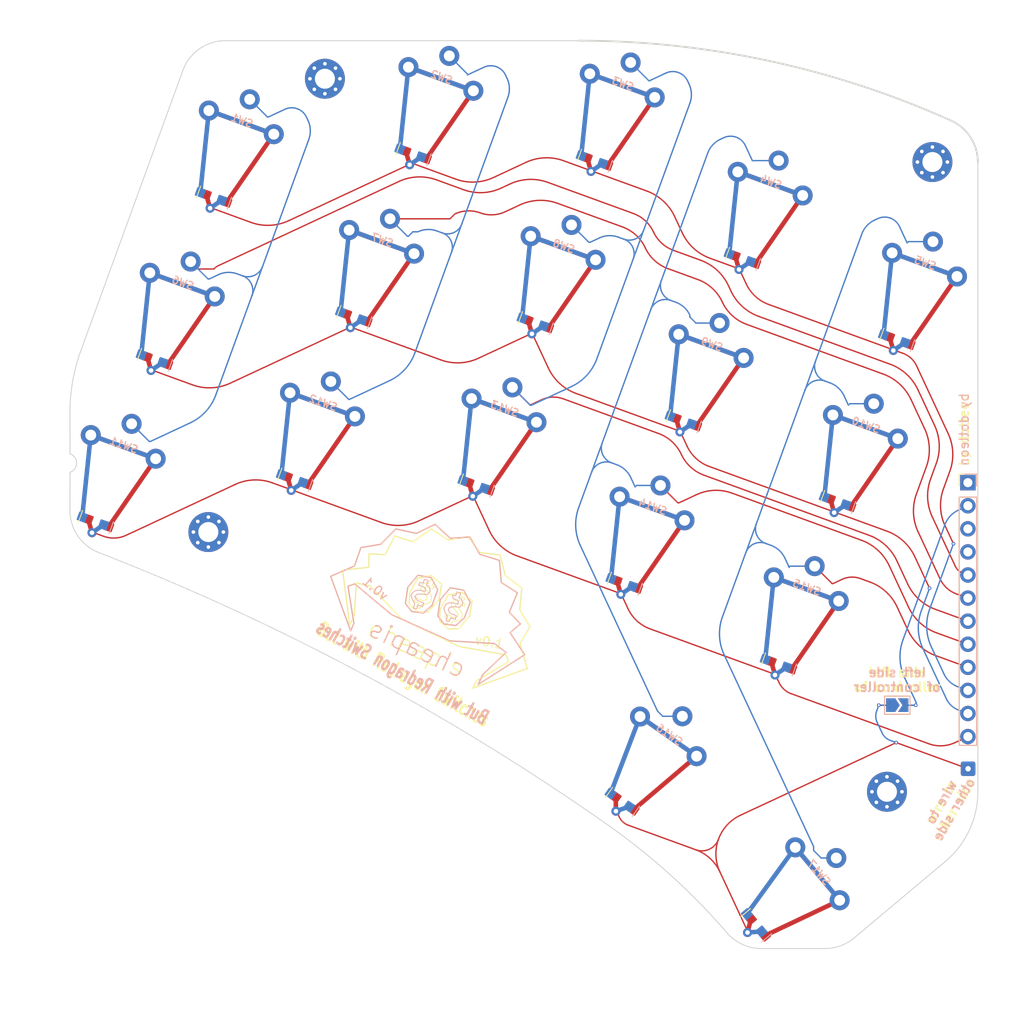
<source format=kicad_pcb>
(kicad_pcb (version 20241229) (generator "pcbnew") (generator_version "9.0")
  (layers (0 "F.Cu" signal) (2 "B.Cu" signal) (13 "F.Paste" user) (15 "B.Paste" user) (5 "F.SilkS" user "F.Silkscreen") (7 "B.SilkS" user "B.Silkscreen") (1 "F.Mask" user) (3 "B.Mask" user) (25 "Edge.Cuts" user))
  (net 0 "")
  (net 1 "row4")
  (net 2 "col1")
  (net 3 "row1")
  (net 4 "col2")
  (net 5 "col3")
  (net 6 "col4")
  (net 7 "col5")
  (net 8 "row2")
  (net 9 "row3")
  (net 10 "Net-(JP1-B)")
  (footprint "Redragon:SW_Redragon_LowProfile_PCB_1.00u" (layer "F.Cu") (at 86.587042 89.089731 -20)
    (property "Reference" "SW8")
    (property "Value" "SW_Diode_Combined")
  )
  (footprint "Redragon:SW_Redragon_LowProfile_PCB_1.00u" (layer "F.Cu") (at 97.281338 142.370654 -35)
    (property "Reference" "SW16")
    (property "Value" "SW_Diode_Combined")
  )
  (footprint "Redragon:SW_Redragon_LowProfile_PCB_1.00u" (layer "F.Cu") (at 66.613726 88.413684 -20)
    (property "Reference" "SW7")
    (property "Value" "SW_Diode_Combined")
  )
  (footprint "Redragon:SW_Redragon_LowProfile_PCB_1.00u" (layer "F.Cu") (at 109.376387 82.011262 -20)
    (property "Reference" "SW4")
    (property "Value" "SW_Diode_Combined")
  )
  (footprint "MountingHole:MountingHole_2.2mm_M2_Pad_Via" (layer "F.Cu") (at 48.850157 116.775446)
    (property "Reference" "H3")
    (property "Value" "MountingHole")
  )
  (footprint "Redragon:SW_Redragon_LowProfile_PCB_1.00u" (layer "F.Cu") (at 126.357877 90.924828 -20)
    (property "Reference" "SW5")
    (property "Value" "SW_Diode_Combined")
  )
  (footprint "Redragon:SW_Redragon_LowProfile_PCB_1.00u" (layer "F.Cu") (at 102.877486 99.884389 -20)
    (property "Reference" "SW9")
    (property "Value" "SW_Diode_Combined")
  )
  (footprint "dotleon:promicro_half" (layer "F.Cu") (at 132.426387 111.341261)
    (property "Reference" "U1")
    (property "Value" "ProMicro")
  )
  (footprint "MountingHole:MountingHole_2.2mm_M2_Pad_Via" (layer "F.Cu") (at 123.519877 145.352724)
    (property "Reference" "H4")
    (property "Value" "MountingHole")
  )
  (footprint "Jumper:SolderJumper-2_P1.3mm_Open_TrianglePad1.0x1.5mm" (layer "F.Cu") (at 124.650387 135.827262)
    (property "Reference" "JP2")
    (property "Value" "SolderJumper_2_Open")
  )
  (footprint "Redragon:SW_Redragon_LowProfile_PCB_1.00u" (layer "F.Cu") (at 119.844121 108.76275 -20)
    (property "Reference" "SW10")
    (property "Value" "SW_Diode_Combined")
  )
  (footprint "MountingHole:MountingHole_2.2mm_M2_Pad_Via" (layer "F.Cu") (at 61.675328 66.896167)
    (property "Reference" "H1")
    (property "Value" "MountingHole")
  )
  (footprint "Redragon:SW_Redragon_LowProfile_PCB_1.00u" (layer "F.Cu") (at 113.339573 126.633849 -20)
    (property "Reference" "SW15")
    (property "Value" "SW_Diode_Combined")
  )
  (footprint "Redragon:SW_Redragon_LowProfile_PCB_1.00u" (layer "F.Cu") (at 51.179015 75.267916 -20)
    (property "Reference" "SW1")
    (property "Value" "SW_Diode_Combined")
  )
  (footprint "Redragon:SW_Redragon_LowProfile_PCB_1.00u" (layer "F.Cu") (at 93.09158 71.218657 -20)
    (property "Reference" "SW3")
    (property "Value" "SW_Diode_Combined")
  )
  (footprint "Connector_Wire:SolderWire-0.1sqmm_1x01_D0.4mm_OD1mm" (layer "F.Cu") (at 132.446386 142.821262)
    (property "Reference" "J1")
    (property "Value" "Conn_01x01")
  )
  (footprint "MountingHole:MountingHole_2.2mm_M2_Pad_Via" (layer "F.Cu") (at 128.519877 76.062098)
    (property "Reference" "H2")
    (property "Value" "MountingHole")
  )
  (footprint "Redragon:SW_Redragon_LowProfile_PCB_1.00u" (layer "F.Cu") (at 112.962957 156.821847 -50)
    (property "Reference" "SW17")
    (property "Value" "SW_Diode_Combined")
  )
  (footprint "Redragon:SW_Redragon_LowProfile_PCB_1.00u" (layer "F.Cu") (at 73.137418 70.489987 -20)
    (property "Reference" "SW2")
    (property "Value" "SW_Diode_Combined")
  )
  (footprint "Redragon:SW_Redragon_LowProfile_PCB_1.00u" (layer "F.Cu") (at 96.372938 117.755486 -20)
    (property "Reference" "SW14")
    (property "Value" "SW_Diode_Combined")
  )
  (footprint "Redragon:SW_Redragon_LowProfile_PCB_1.00u" (layer "F.Cu") (at 80.082495 106.960829 -20)
    (property "Reference" "SW13")
    (property "Value" "SW_Diode_Combined")
  )
  (footprint "Redragon:SW_Redragon_LowProfile_PCB_1.00u" (layer "F.Cu") (at 44.680625 93.122099 -20)
    (property "Reference" "SW6")
    (property "Value" "SW_Diode_Combined")
  )
  (footprint "Redragon:SW_Redragon_LowProfile_PCB_1.00u" (layer "F.Cu") (at 60.105751 106.317588 -20)
    (property "Reference" "SW12")
    (property "Value" "SW_Diode_Combined")
  )
  (footprint "Redragon:SW_Redragon_LowProfile_PCB_1.00u" (layer "F.Cu") (at 38.182241 110.976259 -20)
    (property "Reference" "SW11")
    (property "Value" "SW_Diode_Combined")
  )
  (footprint "Jumper:SolderJumper-2_P1.3mm_Open_TrianglePad1.0x1.5mm" (layer "B.Cu") (at 124.650387 135.827262)
    (property "Reference" "JP1")
    (property "Value" "SolderJumper_2_Open")
  )
  (gr_poly (pts (xy 74.526437 122.5073) (xy 74.226911 124.207384) (xy 73.032118 125.560332) (xy 71.911189 125.599304) (xy 70.954571 124.719032) (xy 70.989119 123.454596) (xy 71.88666 121.865753) (xy 73.381876 121.558624)) (stroke (width 0.15)) (fill no) (layer "F.SilkS"))
  (gr_poly (pts (xy 77.074634 124.09058) (xy 76.840529 124.471627) (xy 77.121961 124.697014) (xy 76.996194 124.987156) (xy 76.325003 124.627288) (xy 76.117048 124.709477) (xy 76 124.9) (xy 76.47195 125.242437) (xy 76.71689 125.572095) (xy 76.802223 125.922405) (xy 76.674935 126.364396) (xy 76.259028 126.528773) (xy 75.951454 126.602245) (xy 75.752215 126.584816) (xy 75.409779 127.056766) (xy 75.12835 126.831378) (xy 75.362454 126.450333) (xy 74.881786 126.207517) (xy 75.115885 125.82647) (xy 75.787077 126.186339) (xy 76.293888 126.130298) (xy 76.332376 125.751396) (xy 75.965137 125.29848) (xy 75.592805 124.964757) (xy 75.636381 124.46666) (xy 76.160629 124.211379) (xy 76.450768 124.337143) (xy 76.693586 123.856478)) (stroke (width 0.1)) (fill no) (layer "F.SilkS"))
  (gr_poly (pts (xy 73.703793 122.236195) (xy 73.46969 122.617245) (xy 73.751119 122.842629) (xy 73.428647 123.031616) (xy 72.947982 122.788801) (xy 72.746211 122.855091) (xy 72.629159 123.045614) (xy 73.10111 123.388051) (xy 73.353987 123.681921) (xy 73.439319 124.032231) (xy 73.269945 124.49758) (xy 72.888187 124.674389) (xy 72.580612 124.747863) (xy 72.381375 124.73043) (xy 72.038938 125.202381) (xy 71.75751 124.976996) (xy 71.991612 124.595949) (xy 71.510945 124.353131) (xy 71.745048 123.972086) (xy 72.416237 124.331953) (xy 72.832663 124.237099) (xy 72.935269 123.955191) (xy 72.594296 123.444093) (xy 72.221966 123.110373) (xy 72.265545 122.612275) (xy 72.78979 122.356995) (xy 73.07993 122.482761) (xy 73.322747 122.002095)) (stroke (width 0.1)) (fill no) (layer "F.SilkS"))
  (gr_poly (pts (xy 77.874615 124.355389) (xy 77.575089 126.055473) (xy 76.3803 127.408423) (xy 75.259369 127.447392) (xy 74.302749 126.567121) (xy 74.337296 125.302683) (xy 75.234838 123.713842) (xy 76.730056 123.406714)) (stroke (width 0.15)) (fill no) (layer "F.SilkS"))
  (gr_poly (pts (xy 78.702315 119.018183) (xy 80.940647 119.30078) (xy 81.512411 121.530825) (xy 83.340319 122.941051) (xy 83.117488 125.307557) (xy 84.23614 127.204562) (xy 83.142019 129.041106) (xy 83.952848 131.783835) (xy 77.946073 133.960675) (xy 78.347861 133.149153) (xy 81.885524 131.03139) (xy 81.620891 130.296565) (xy 76.426673 129.363782) (xy 70.088239 126.311858) (xy 66.706037 122.739645) (xy 65.134123 122.380351) (xy 64.910948 125.917326) (xy 64.406553 127.010756) (xy 63.622323 120.97876) (xy 66.510151 120.646411) (xy 66.519134 119.159831) (xy 68.287619 119.271418) (xy 69.356174 117.21273) (xy 71.363731 117.837006) (xy 73.36334 116.436449) (xy 75.259654 117.658738) (xy 77.421289 117.274914)) (stroke (width 0.15)) (fill no) (layer "F.SilkS"))
  (gr_poly (pts (xy 75.475668 122.903522) (xy 74.36586 124.225766) (xy 74.09744 126.010688) (xy 74.788104 126.894421) (xy 76.077334 127.061405) (xy 77.023742 126.222175) (xy 77.663938 124.513331) (xy 76.938106 123.17051)) (stroke (width 0.15)) (fill no) (layer "B.SilkS"))
  (gr_poly (pts (xy 76.212132 123.359441) (xy 76.070709 123.78371) (xy 75.717157 123.712996) (xy 75.779663 124.081503) (xy 76.274638 124.293635) (xy 76.353553 124.49081) (xy 76.282843 124.702944) (xy 75.717156 124.561522) (xy 75.329492 124.556704) (xy 75.006288 124.716511) (xy 74.758684 125.145378) (xy 74.86863 125.551473) (xy 75.010048 125.834319) (xy 75.151471 125.975737) (xy 75.010049 126.541423) (xy 75.363603 126.612136) (xy 75.505025 126.187869) (xy 76 126.4) (xy 76.141419 125.975737) (xy 75.434314 125.692895) (xy 75.239303 125.312921) (xy 75.389303 125.053114) (xy 76 124.985787) (xy 76.494973 125.056497) (xy 76.848526 124.702942) (xy 76.707104 124.137257) (xy 76.424262 123.995839) (xy 76.636395 123.500863)) (stroke (width 0.1)) (fill no) (layer "B.SilkS"))
  (gr_poly (pts (xy 71.907783 121.526598) (xy 70.797974 122.848841) (xy 70.529549 124.633762) (xy 71.220218 125.517496) (xy 72.509447 125.684481) (xy 73.455858 124.845251) (xy 74.096053 123.136406) (xy 73.370219 121.793584)) (stroke (width 0.15)) (fill no) (layer "B.SilkS"))
  (gr_poly (pts (xy 75.464285 117.461853) (xy 73.80903 115.928841) (xy 71.733195 116.92429) (xy 69.477943 116.430507) (xy 67.808327 118.122367) (xy 65.63608 118.484799) (xy 64.932494 120.503454) (xy 62.310251 121.645317) (xy 64.503775 127.646016) (xy 64.867171 126.816594) (xy 64.215506 122.745315) (xy 64.948517 122.475699) (xy 69.001852 125.85512) (xy 75.414027 128.748902) (xy 80.324539 129.043645) (xy 81.61018 130.016851) (xy 79.044153 132.461337) (xy 78.530758 133.550569) (xy 83.655626 130.274032) (xy 82.053963 127.848198) (xy 83.186974 126.885762) (xy 81.964733 125.602749) (xy 82.854925 123.46089) (xy 81.086271 122.324288) (xy 80.873834 119.892239) (xy 78.71858 119.225252) (xy 77.623134 117.322626)) (stroke (width 0.15)) (fill no) (layer "B.SilkS"))
  (gr_poly (pts (xy 72.624857 121.969204) (xy 72.483437 122.393471) (xy 72.129879 122.322759) (xy 71.988459 122.6056) (xy 72.695567 122.888442) (xy 72.766277 123.100577) (xy 72.695565 123.312705) (xy 72.12988 123.171285) (xy 71.719904 123.195551) (xy 71.3967 123.355357) (xy 71.139935 123.736971) (xy 71.281353 124.161234) (xy 71.422777 124.444077) (xy 71.564196 124.585501) (xy 71.422774 125.151185) (xy 71.77633 125.221896) (xy 71.917748 124.79763) (xy 72.412723 125.009764) (xy 72.554147 124.585501) (xy 71.847037 124.302658) (xy 71.564194 123.878394) (xy 71.829711 123.605358) (xy 72.412722 123.59555) (xy 72.907698 123.66626) (xy 73.261254 123.312708) (xy 73.11983 122.74702) (xy 72.836991 122.6056) (xy 73.049122 122.110626)) (stroke (width 0.1)) (fill no) (layer "B.SilkS"))
  (gr_line (start 50.7388 62.705987) (end 89.560457 62.705987) (stroke (width 0.1)) (layer "Edge.Cuts"))
  (gr_arc (start 92.69345 148.92163) (mid 99.67823 154.491016) (end 105.926009 160.87619) (stroke (width 0.1)) (layer "Edge.Cuts"))
  (gr_line (start 33.626386 108.161262) (end 33.620242 103.646355) (stroke (width 0.1)) (layer "Edge.Cuts"))
  (gr_line (start 133.519877 76.062098) (end 133.519877 145.352724) (stroke (width 0.1)) (layer "Edge.Cuts"))
  (gr_line (start 129.947753 153.013169) (end 119.909731 161.436069) (stroke (width 0.1)) (layer "Edge.Cuts"))
  (gr_arc (start 89.560457 62.705987) (mid 110.531754 64.929688) (end 130.570373 71.501893) (stroke (width 0.2)) (layer "Edge.Cuts"))
  (gr_arc (start 133.519877 145.352724) (mid 132.582954 149.578906) (end 129.947753 153.013169) (stroke (width 0.1)) (layer "Edge.Cuts"))
  (gr_arc (start 130.570373 71.501893) (mid 132.718239 73.346631) (end 133.519877 76.062098) (stroke (width 0.2)) (layer "Edge.Cuts"))
  (gr_line (start 34.82639 96.805952) (end 46.040337 65.995886) (stroke (width 0.1)) (layer "Edge.Cuts"))
  (gr_arc (start 46.040337 65.995886) (mid 47.870914 63.61022) (end 50.7388 62.705987) (stroke (width 0.1)) (layer "Edge.Cuts"))
  (gr_arc (start 33.620242 103.646355) (mid 33.924089 100.173392) (end 34.82639 96.805952) (stroke (width 0.1)) (layer "Edge.Cuts"))
  (gr_arc (start 119.909731 161.436069) (mid 118.405895 162.304314) (end 116.695793 162.605847) (stroke (width 0.1)) (layer "Edge.Cuts"))
  (gr_arc (start 109.708185 162.605847) (mid 107.628729 162.152917) (end 105.926009 160.87619) (stroke (width 0.1)) (layer "Edge.Cuts"))
  (gr_line (start 116.695793 162.605847) (end 109.708185 162.605847) (stroke (width 0.1)) (layer "Edge.Cuts"))
  (gr_arc (start 36.809902 119.04064) (mid 65.653201 132.295099) (end 92.69345 148.92163) (stroke (width 0.1)) (layer "Edge.Cuts"))
  (gr_arc (start 33.626386 108.161262) (mid 34.351936 109.181262) (end 33.626386 110.201262) (stroke (width 0.1)) (layer "Edge.Cuts"))
  (gr_arc (start 36.809902 119.04064) (mid 34.494015 117.203729) (end 33.620242 114.379882) (stroke (width 0.1)) (layer "Edge.Cuts"))
  (gr_line (start 33.620242 114.379882) (end 33.626386 110.201262) (stroke (width 0.1)) (layer "Edge.Cuts"))
  (gr_text "by dotleon" (at 132 105.5 90) (layer "F.SilkS") (effects (font (size 1 1))))
  (gr_text "wire to\nother side" (at 130.2 146.9 60) (layer "F.SilkS") (effects (font (size 1 1) (thickness 0.2))))
  (gr_text "v0.1" (at 79.76177 128.882348 -10) (layer "F.SilkS") (effects (font (size 1 1))))
  (gr_text "But with Redragon Switches" (at 60.45 127.99 331) (layer "F.SilkS") (effects (font (size 1.5 1) (thickness 0.25) (bold yes)) (justify left bottom)))
  (gr_text "cheapis" (at 71.739148 129.580559 -25) (layer "F.SilkS") (effects (font (size 2 2))))
  (gr_text "left side\nof controller" (at 124.650387 133.033262 0) (layer "F.SilkS") (effects (font (size 1 1) (thickness 0.2))))
  (gr_text "left side\nof controller" (at 124.650387 133.033262 0) (layer "B.SilkS") (effects (font (size 1 1) (thickness 0.2)) (justify mirror)))
  (gr_text "wire to\nother side" (at 130.2 146.9 60) (layer "B.SilkS") (effects (font (size 1 1) (thickness 0.2)) (justify mirror)))
  (gr_text "v0.1" (at 67.226891 122.990828 -40) (layer "B.SilkS") (effects (font (size 1 1)) (justify mirror)))
  (gr_text "by dotleon" (at 132 105.5 90) (layer "B.SilkS") (effects (font (size 1 1)) (justify mirror)))
  (gr_text "But with Redragon Switches" (at 79.21 138.2 331) (layer "B.SilkS") (effects (font (size 1.5 1) (thickness 0.25) (bold yes)) (justify left bottom mirror)))
  (gr_text "cheapis" (at 71.848873 129.585313 -25) (layer "B.SilkS") (effects (font (size 2 2)) (justify mirror)))
  (segment (start 102.490727 151.738442) (end 95.064026 149.035344) (width 0.15) (layer "F.Cu") (net 1))
  (segment (start 124.537415 139.942632) (end 107.404425 147.931875) (width 0.15) (layer "F.Cu") (net 1))
  (segment (start 105.136528 154.162871) (end 108.228802 160.794275) (width 0.15) (layer "F.Cu") (net 1))
  (segment (start 122.618386 135.827262) (end 123.925387 135.827262) (width 0.15) (layer "F.Cu") (net 1))
  (segment (start 94.050921 148.107004) (end 93.736635 147.433014) (width 0.15) (layer "F.Cu") (net 1))
  (segment (start 124.537415 139.942632) (end 132.446386 142.821262) (width 0.15) (layer "F.Cu") (net 1))
  (via (at 122.618386 135.827262) (size 0.4) (drill 0.2) (layers "F.Cu" "B.Cu") (net 1))
  (via (at 124.537415 139.942632) (size 0.4) (drill 0.2) (layers "F.Cu" "B.Cu") (net 1))
  (arc (start 94.050921 148.107004) (mid 94.465145 148.671933) (end 95.064026 149.035344) (width 0.15) (layer "F.Cu") (net 1))
  (arc (start 107.404425 147.931875) (mid 105.929069 149.013651) (end 104.979995 150.577677) (width 0.15) (layer "F.Cu") (net 1))
  (arc (start 105.136528 154.162871) (mid 104.054752 152.687515) (end 102.490727 151.738442) (width 0.15) (layer "F.Cu") (net 1))
  (arc (start 104.979995 150.577677) (mid 104.701691 152.385842) (end 105.136528 154.162871) (width 0.15) (layer "F.Cu") (net 1))
  (arc (start 102.490727 151.738442) (mid 103.975763 151.673603) (end 104.979995 150.577677) (width 0.15) (layer "F.Cu") (net 1))
  (segment (start 122.618386 135.827262) (end 123.925387 135.827262) (width 0.15) (layer "B.Cu") (net 1))
  (segment (start 124.537415 139.942632) (end 123.89829 139.71001) (width 0.15) (layer "B.Cu") (net 1))
  (segment (start 122.618386 135.827262) (end 122.385764 136.466386) (width 0.15) (layer "B.Cu") (net 1))
  (segment (start 122.440582 137.721927) (end 122.971726 138.86097) (width 0.15) (layer "B.Cu") (net 1))
  (arc (start 122.971726 138.86097) (mid 123.350566 139.377642) (end 123.89829 139.71001) (width 0.15) (layer "B.Cu") (net 1))
  (arc (start 122.385764 136.466386) (mid 122.288302 137.099609) (end 122.440582 137.721927) (width 0.15) (layer "B.Cu") (net 1))
  (segment (start 106.342656 90.232845) (end 106.084213 89.678613) (width 0.15) (layer "F.Cu") (net 2))
  (segment (start 103.013614 86.864928) (end 100.044476 85.78425) (width 0.15) (layer "F.Cu") (net 2))
  (segment (start 132.426387 121.501262) (end 131.861593 121.295693) (width 0.15) (layer "F.Cu") (net 2))
  (segment (start 131.04279 120.545398) (end 128.502411 115.097539) (width 0.15) (layer "F.Cu") (net 2))
  (segment (start 123.858278 98.304089) (end 109.413254 93.04653) (width 0.15) (layer "F.Cu") (net 2))
  (segment (start 49.454472 87.83) (end 47.719659 87.83) (width 0.15) (layer "F.Cu") (net 2))
  (segment (start 128.765175 105.055727) (end 126.928877 101.117774) (width 0.15) (layer "F.Cu") (net 2))
  (segment (start 128.320747 110.936722) (end 128.94684 109.216544) (width 0.15) (layer "F.Cu") (net 2))
  (segment (start 69.801876 78.207532) (end 49.953933 87.46278) (width 0.15) (layer "F.Cu") (net 2))
  (segment (start 95.6133 81.723825) (end 86.19787 78.296889) (width 0.15) (layer "F.Cu") (net 2))
  (segment (start 49.469071 87.815401) (end 49.454472 87.83) (width 0.15) (layer "F.Cu") (net 2))
  (segment (start 47.719659 87.83) (end 46.903756 87.014097) (width 0.15) (layer "F.Cu") (net 2))
  (segment (start 76.924673 79.10394) (end 73.962693 78.025868) (width 0.15) (layer "F.Cu") (net 2))
  (segment (start 82.037052 78.478553) (end 81.08549 78.922275) (width 0.15) (layer "F.Cu") (net 2))
  (arc (start 109.413254 93.04653) (mid 107.598117 91.945077) (end 106.342656 90.232845) (width 0.15) (layer "F.Cu") (net 2))
  (arc (start 49.953933 87.46278) (mid 49.694934 87.616102) (end 49.469071 87.815401) (width 0.15) (layer "F.Cu") (net 2))
  (arc (start 100.044476 85.78425) (mid 98.734765 84.989497) (end 97.828888 83.754038) (width 0.15) (layer "F.Cu") (net 2))
  (arc (start 128.502411 115.097539) (mid 127.99776 113.035198) (end 128.320747 110.936722) (width 0.15) (layer "F.Cu") (net 2))
  (arc (start 97.828888 83.754038) (mid 96.923011 82.518577) (end 95.6133 81.723825) (width 0.15) (layer "F.Cu") (net 2))
  (arc (start 81.08549 78.922275) (mid 79.023149 79.426926) (end 76.924673 79.10394) (width 0.15) (layer "F.Cu") (net 2))
  (arc (start 86.19787 78.296889) (mid 84.099393 77.973902) (end 82.037052 78.478553) (width 0.15) (layer "F.Cu") (net 2))
  (arc (start 131.861593 121.295693) (mid 131.37757 121.001981) (end 131.04279 120.545398) (width 0.15) (layer "F.Cu") (net 2))
  (arc (start 126.928877 101.117774) (mid 125.673415 99.405541) (end 123.858278 98.304089) (width 0.15) (layer "F.Cu") (net 2))
  (arc (start 106.084213 89.678613) (mid 104.828752 87.966381) (end 103.013614 86.864928) (width 0.15) (layer "F.Cu") (net 2))
  (arc (start 73.962693 78.025868) (mid 71.864217 77.702881) (end 69.801876 78.207532) (width 0.15) (layer "F.Cu") (net 2))
  (arc (start 128.94684 109.216544) (mid 129.269826 107.118067) (end 128.765175 105.055727) (width 0.15) (layer "F.Cu") (net 2))
  (segment (start 42.345595 106.80848) (end 40.405372 104.868257) (width 0.15) (layer "B.Cu") (net 2))
  (segment (start 49.669275 101.690749) (end 53.640157 90.780841) (width 0.15) (layer "B.Cu") (net 2))
  (segment (start 55.462275 71.100137) (end 55.342369 71.100137) (width 0.15) (layer "B.Cu") (net 2))
  (segment (start 42.465501 106.80848) (end 42.345595 106.80848) (width 0.15) (layer "B.Cu") (net 2))
  (segment (start 55.342369 71.100137) (end 53.402146 69.159914) (width 0.15) (layer "B.Cu") (net 2))
  (segment (start 55.987721 84.330962) (end 59.904766 73.568967) (width 0.15) (layer "B.Cu") (net 2))
  (segment (start 54.813939 87.555901) (end 53.640157 90.780841) (width 0.15) (layer "B.Cu") (net 2))
  (segment (start 55.987721 84.330962) (end 54.813939 87.555901) (width 0.15) (layer "B.Cu") (net 2))
  (segment (start 52.614577 88.58148) (end 52.018197 88.364415) (width 0.15) (layer "B.Cu") (net 2))
  (segment (start 57.262724 70.260573) (end 55.462275 71.100137) (width 0.15) (layer "B.Cu") (net 2))
  (segment (start 49.955326 88.454482) (end 48.942544 88.92675) (width 0.15) (layer "B.Cu") (net 2))
  (segment (start 59.649894 71.129432) (end 59.81358 71.480457) (width 0.15) (layer "B.Cu") (net 2))
  (segment (start 46.855589 104.761348) (end 42.465501 106.80848) (width 0.15) (layer "B.Cu") (net 2))
  (segment (start 48.942544 88.92675) (end 48.816409 88.92675) (width 0.15) (layer "B.Cu") (net 2))
  (segment (start 48.816409 88.92675) (end 46.903756 87.014097) (width 0.15) (layer "B.Cu") (net 2))
  (arc (start 59.81358 71.480457) (mid 60.066888 72.515643) (end 59.904766 73.568967) (width 0.15) (layer "B.Cu") (net 2))
  (arc (start 58.636256 70.200604) (mid 57.943525 70.093982) (end 57.262724 70.260573) (width 0.15) (layer "B.Cu") (net 2))
  (arc (start 59.649894 71.129432) (mid 59.235452 70.564205) (end 58.636256 70.200604) (width 0.15) (layer "B.Cu") (net 2))
  (arc (start 49.669275 101.690749) (mid 48.567822 103.505886) (end 46.855589 104.761348) (width 0.15) (layer "B.Cu") (net 2))
  (arc (start 52.614577 88.58148) (mid 53.926662 88.524193) (end 54.813939 87.555901) (width 0.15) (layer "B.Cu") (net 2))
  (arc (start 52.018197 88.364415) (mid 50.977804 88.204283) (end 49.955326 88.454482) (width 0.15) (layer "B.Cu") (net 2))
  (arc (start 53.640157 90.780841) (mid 53.582869 89.468756) (end 52.614577 88.58148) (width 0.15) (layer "B.Cu") (net 2))
  (segment (start 71.023734 76.297287) (end 71.140112 76.243019) (width 0.15) (layer "F.Cu") (net 3))
  (segment (start 126.776183 98.481364) (end 130.253206 105.937863) (width 0.15) (layer "F.Cu") (net 3))
  (segment (start 97.091397 79.25109) (end 90.977896 77.025958) (width 0.15) (layer "F.Cu") (net 3))
  (segment (start 71.377155 76.232669) (end 76.071618 77.941314) (width 0.15) (layer "F.Cu") (net 3))
  (segment (start 124.244193 96.732129) (end 110.503867 91.731059) (width 0.15) (layer "F.Cu") (net 3))
  (segment (start 104.060021 86.652881) (end 107.262703 87.818562) (width 0.15) (layer "F.Cu") (net 3))
  (segment (start 129.73236 112.028814) (end 130.434871 110.09868) (width 0.15) (layer "F.Cu") (net 3))
  (segment (start 124.244193 96.732129) (end 125.277767 97.108319) (width 0.15) (layer "F.Cu") (net 3))
  (segment (start 107.262703 87.818562) (end 108.030114 89.464282) (width 0.15) (layer "F.Cu") (net 3))
  (segment (start 129.909034 116.075305) (end 130.835426 118.06196) (width 0.15) (layer "F.Cu") (net 3))
  (segment (start 87.944642 75.921944) (end 90.977896 77.025958) (width 0.15) (layer "F.Cu") (net 3))
  (segment (start 53.525146 82.698456) (end 49.065331 81.075216) (width 0.15) (layer "F.Cu") (net 3))
  (segment (start 83.783825 76.103608) (end 80.232435 77.759649) (width 0.15) (layer "F.Cu") (net 3))
  (segment (start 71.023734 76.297287) (end 57.685963 82.516791) (width 0.15) (layer "F.Cu") (net 3))
  (segment (start 100.989422 83.839196) (end 100.161996 82.064775) (width 0.15) (layer "F.Cu") (net 3))
  (via (at 130.835426 118.06196) (size 0.4) (drill 0.2) (layers "F.Cu" "B.Cu") (net 3))
  (arc (start 87.944642 75.921944) (mid 85.846166 75.598957) (end 83.783825 76.103608) (width 0.15) (layer "F.Cu") (net 3))
  (arc (start 80.232435 77.759649) (mid 78.170094 78.2643) (end 76.071618 77.941314) (width 0.15) (layer "F.Cu") (net 3))
  (arc (start 71.377155 76.232669) (mid 71.257604 76.214268) (end 71.140112 76.243019) (width 0.15) (layer "F.Cu") (net 3))
  (arc (start 108.030114 89.464282) (mid 109.041546 90.843701) (end 110.503867 91.731059) (width 0.15) (layer "F.Cu") (net 3))
  (arc (start 130.253206 105.937863) (mid 130.757857 108.000203) (end 130.434871 110.09868) (width 0.15) (layer "F.Cu") (net 3))
  (arc (start 100.161996 82.064775) (mid 98.906534 80.352542) (end 97.091397 79.25109) (width 0.15) (layer "F.Cu") (net 3))
  (arc (start 129.73236 112.028814) (mid 129.418248 114.06963) (end 129.909034 116.075305) (width 0.15) (layer "F.Cu") (net 3))
  (arc (start 126.776183 98.481364) (mid 126.163533 97.645815) (end 125.277767 97.108319) (width 0.15) (layer "F.Cu") (net 3))
  (arc (start 57.685963 82.516791) (mid 55.623622 83.021442) (end 53.525146 82.698456) (width 0.15) (layer "F.Cu") (net 3))
  (arc (start 100.989422 83.839196) (mid 102.244883 85.551428) (end 104.060021 86.652881) (width 0.15) (layer "F.Cu") (net 3))
  (segment (start 128.401992 129.4077) (end 129.78698 132.377817) (width 0.15) (layer "B.Cu") (net 3))
  (segment (start 130.835426 118.06196) (end 128.220328 125.246883) (width 0.15) (layer "B.Cu") (net 3))
  (segment (start 131.348964 133.809111) (end 132.426386 134.201261) (width 0.15) (layer "B.Cu") (net 3))
  (arc (start 129.78698 132.377817) (mid 130.425621 133.248812) (end 131.348964 133.809111) (width 0.15) (layer "B.Cu") (net 3))
  (arc (start 128.220328 125.246883) (mid 127.897341 127.345359) (end 128.401992 129.4077) (width 0.15) (layer "B.Cu") (net 3))
  (segment (start 68.841175 82.31) (end 68.836857 82.305682) (width 0.15) (layer "F.Cu") (net 4))
  (segment (start 83.112864 80.785637) (end 81.516429 81.530065) (width 0.15) (layer "F.Cu") (net 4))
  (segment (start 94.422447 83.20591) (end 87.27368 80.603972) (width 0.15) (layer "F.Cu") (net 4))
  (segment (start 102.70326 88.986742) (end 99.431603 87.795956) (width 0.15) (layer "F.Cu") (net 4))
  (segment (start 129.358402 121.921731) (end 126.944774 116.745689) (width 0.15) (layer "F.Cu") (net 4))
  (segment (start 75.978428 81.77186) (end 75.440288 82.31) (width 0.15) (layer "F.Cu") (net 4))
  (segment (start 75.440288 82.31) (end 68.841175 82.31) (width 0.15) (layer "F.Cu") (net 4))
  (segment (start 126.763109 112.584872) (end 127.854862 109.585305) (width 0.15) (layer "F.Cu") (net 4))
  (segment (start 127.673197 105.424488) (end 126.171596 102.204293) (width 0.15) (layer "F.Cu") (net 4))
  (segment (start 132.426387 124.041261) (end 131.174015 123.585435) (width 0.15) (layer "F.Cu") (net 4))
  (segment (start 123.100997 99.390609) (end 108.097735 93.929868) (width 0.15) (layer "F.Cu") (net 4))
  (arc (start 126.944774 116.745689) (mid 126.440123 114.683348) (end 126.763109 112.584872) (width 0.15) (layer "F.Cu") (net 4))
  (arc (start 127.854862 109.585305) (mid 128.177848 107.486828) (end 127.673197 105.424488) (width 0.15) (layer "F.Cu") (net 4))
  (arc (start 131.174015 123.585435) (mid 130.100743 122.934156) (end 129.358402 121.921731) (width 0.15) (layer "F.Cu") (net 4))
  (arc (start 96.927026 85.500934) (mid 95.902991 84.104325) (end 94.422447 83.20591) (width 0.15) (layer "F.Cu") (net 4))
  (arc (start 81.516429 81.530065) (mid 80.143952 81.865909) (end 78.747429 81.650964) (width 0.15) (layer "F.Cu") (net 4))
  (arc (start 105.400498 91.458305) (mid 104.297691 89.954266) (end 102.70326 88.986742) (width 0.15) (layer "F.Cu") (net 4))
  (arc (start 78.747429 81.650964) (mid 77.350905 81.436017) (end 75.978428 81.77186) (width 0.15) (layer "F.Cu") (net 4))
  (arc (start 87.27368 80.603972) (mid 85.175204 80.280985) (end 83.112864 80.785637) (width 0.15) (layer "F.Cu") (net 4))
  (arc (start 108.097735 93.929868) (mid 106.503304 92.962343) (end 105.400498 91.458305) (width 0.15) (layer "F.Cu") (net 4))
  (arc (start 126.171596 102.204293) (mid 124.916134 100.492061) (end 123.100997 99.390609) (width 0.15) (layer "F.Cu") (net 4))
  (arc (start 99.431603 87.795956) (mid 97.95106 86.897541) (end 96.927026 85.500934) (width 0.15) (layer "F.Cu") (net 4))
  (segment (start 79.166402 65.632995) (end 77.365953 66.472559) (width 0.15) (layer "B.Cu") (net 4))
  (segment (start 64.300198 102.180902) (end 62.328882 100.209586) (width 0.15) (layer "B.Cu") (net 4))
  (segment (start 68.759267 100.13377) (end 64.369179 102.180902) (width 0.15) (layer "B.Cu") (net 4))
  (segment (start 81.717258 66.852879) (end 81.553572 66.501854) (width 0.15) (layer "B.Cu") (net 4))
  (segment (start 77.872411 79.755553) (end 76.736605 82.876154) (width 0.15) (layer "B.Cu") (net 4))
  (segment (start 71.904454 83.738594) (end 71.355386 83.738594) (width 0.15) (layer "B.Cu") (net 4))
  (segment (start 70.74951 84.218335) (end 68.836857 82.305682) (width 0.15) (layer "B.Cu") (net 4))
  (segment (start 74.6084 83.868552) (end 73.999969 83.647102) (width 0.15) (layer "B.Cu") (net 4))
  (segment (start 70.875645 84.218335) (end 70.74951 84.218335) (width 0.15) (layer "B.Cu") (net 4))
  (segment (start 76.736605 82.876154) (end 75.600799 85.996756) (width 0.15) (layer "B.Cu") (net 4))
  (segment (start 71.355386 83.738594) (end 70.875645 84.218335) (width 0.15) (layer "B.Cu") (net 4))
  (segment (start 64.369179 102.180902) (end 64.300198 102.180902) (width 0.15) (layer "B.Cu") (net 4))
  (segment (start 81.808444 68.941389) (end 77.872411 79.755553) (width 0.15) (layer "B.Cu") (net 4))
  (segment (start 77.365953 66.387389) (end 75.360549 64.381985) (width 0.15) (layer "B.Cu") (net 4))
  (segment (start 75.600799 85.996756) (end 71.572953 97.063171) (width 0.15) (layer "B.Cu") (net 4))
  (segment (start 77.365953 66.472559) (end 77.365953 66.387389) (width 0.15) (layer "B.Cu") (net 4))
  (arc (start 73.999969 83.647102) (mid 72.943112 83.484435) (end 71.904454 83.738594) (width 0.15) (layer "B.Cu") (net 4))
  (arc (start 71.572953 97.063171) (mid 70.4715 98.878308) (end 68.759267 100.13377) (width 0.15) (layer "B.Cu") (net 4))
  (arc (start 81.553572 66.501854) (mid 81.13913 65.936627) (end 80.539934 65.573026) (width 0.15) (layer "B.Cu") (net 4))
  (arc (start 81.717258 66.852879) (mid 81.970566 67.888065) (end 81.808444 68.941389) (width 0.15) (layer "B.Cu") (net 4))
  (arc (start 80.539934 65.573026) (mid 79.847203 65.466404) (end 79.166402 65.632995) (width 0.15) (layer "B.Cu") (net 4))
  (arc (start 75.600799 85.996756) (mid 75.545364 84.727121) (end 74.6084 83.868552) (width 0.15) (layer "B.Cu") (net 4))
  (arc (start 74.6084 83.868552) (mid 75.878034 83.813118) (end 76.736605 82.876154) (width 0.15) (layer "B.Cu") (net 4))
  (segment (start 125.791121 122.470144) (end 124.611435 119.940299) (width 0.15) (layer "F.Cu") (net 5))
  (segment (start 87.899831 102.115428) (end 98.38851 105.932995) (width 0.15) (layer "F.Cu") (net 5))
  (segment (start 82.305626 100.852827) (end 84.218279 102.76548) (width 0.15) (layer "F.Cu") (net 5))
  (segment (start 85.515178 102.219544) (end 84.344414 102.76548) (width 0.15) (layer "F.Cu") (net 5))
  (segment (start 103.397666 110.52304) (end 121.540836 117.126614) (width 0.15) (layer "F.Cu") (net 5))
  (segment (start 84.218279 102.76548) (end 84.344414 102.76548) (width 0.15) (layer "F.Cu") (net 5))
  (segment (start 128.86172 125.283829) (end 132.426386 126.581262) (width 0.15) (layer "F.Cu") (net 5))
  (arc (start 87.899831 102.115428) (mid 86.697149 101.930317) (end 85.515178 102.219544) (width 0.15) (layer "F.Cu") (net 5))
  (arc (start 125.791121 122.470144) (mid 127.046582 124.182376) (end 128.86172 125.283829) (width 0.15) (layer "F.Cu") (net 5))
  (arc (start 100.893088 108.228018) (mid 101.917122 109.624625) (end 103.397666 110.52304) (width 0.15) (layer "F.Cu") (net 5))
  (arc (start 100.893088 108.228018) (mid 99.869053 106.831409) (end 98.38851 105.932995) (width 0.15) (layer "F.Cu") (net 5))
  (arc (start 124.611435 119.940299) (mid 123.355974 118.228067) (end 121.540836 117.126614) (width 0.15) (layer "F.Cu") (net 5))
  (segment (start 91.873262 84.416743) (end 90.84896 84.894382) (width 0.15) (layer "B.Cu") (net 5))
  (segment (start 90.84896 84.894382) (end 90.722826 84.894382) (width 0.15) (layer "B.Cu") (net 5))
  (segment (start 88.788641 100.772754) (end 84.398553 102.819887) (width 0.15) (layer "B.Cu") (net 5))
  (segment (start 97.470384 67.111544) (end 97.535964 67.045964) (width 0.15) (layer "B.Cu") (net 5))
  (segment (start 97.912222 80.365861) (end 101.837818 69.580374) (width 0.15) (layer "B.Cu") (net 5))
  (segment (start 94.588222 84.554453) (end 93.959595 84.325651) (width 0.15) (layer "B.Cu") (net 5))
  (segment (start 84.398553 102.819887) (end 84.272686 102.819887) (width 0.15) (layer "B.Cu") (net 5))
  (segment (start 99.195776 66.27198) (end 97.535964 67.045964) (width 0.15) (layer "B.Cu") (net 5))
  (segment (start 95.314711 65.110655) (end 97.3156 67.111544) (width 0.15) (layer "B.Cu") (net 5))
  (segment (start 90.722826 84.894382) (end 88.810173 82.981729) (width 0.15) (layer "B.Cu") (net 5))
  (segment (start 84.272686 102.819887) (end 82.305626 100.852827) (width 0.15) (layer "B.Cu") (net 5))
  (segment (start 96.755541 83.543816) (end 95.59886 86.72177) (width 0.15) (layer "B.Cu") (net 5))
  (segment (start 95.59886 86.72177) (end 91.602326 97.702156) (width 0.15) (layer "B.Cu") (net 5))
  (segment (start 97.535964 67.045964) (end 97.395327 67.111544) (width 0.15) (layer "B.Cu") (net 5))
  (segment (start 101.582945 67.140839) (end 101.746631 67.491864) (width 0.15) (layer "B.Cu") (net 5))
  (segment (start 97.3156 67.111544) (end 97.470384 67.111544) (width 0.15) (layer "B.Cu") (net 5))
  (segment (start 97.912222 80.365861) (end 96.755541 83.543816) (width 0.15) (layer "B.Cu") (net 5))
  (arc (start 95.59886 86.72177) (mid 95.542407 85.428801) (end 94.588222 84.554453) (width 0.15) (layer "B.Cu") (net 5))
  (arc (start 93.959595 84.325651) (mid 92.907369 84.163698) (end 91.873262 84.416743) (width 0.15) (layer "B.Cu") (net 5))
  (arc (start 94.588222 84.554453) (mid 95.881191 84.498) (end 96.755541 83.543816) (width 0.15) (layer "B.Cu") (net 5))
  (arc (start 101.582945 67.140839) (mid 101.168504 66.575612) (end 100.569307 66.212011) (width 0.15) (layer "B.Cu") (net 5))
  (arc (start 101.746631 67.491864) (mid 101.999939 68.52705) (end 101.837818 69.580374) (width 0.15) (layer "B.Cu") (net 5))
  (arc (start 91.602326 97.702156) (mid 90.500873 99.517293) (end 88.788641 100.772754) (width 0.15) (layer "B.Cu") (net 5))
  (arc (start 100.569307 66.212011) (mid 99.876577 66.105389) (end 99.195776 66.27198) (width 0.15) (layer "B.Cu") (net 5))
  (segment (start 106.471192 112.493055) (end 120.703405 117.673156) (width 0.15) (layer "F.Cu") (net 6))
  (segment (start 100.634857 113.560137) (end 100.508722 113.560137) (width 0.15) (layer "F.Cu") (net 6))
  (segment (start 100.508722 113.560137) (end 98.596069 111.647484) (width 0.15) (layer "F.Cu") (net 6))
  (segment (start 125.902088 125.050532) (end 123.774004 120.486841) (width 0.15) (layer "F.Cu") (net 6))
  (segment (start 128.972686 127.864218) (end 132.426386 129.121262) (width 0.15) (layer "F.Cu") (net 6))
  (segment (start 102.556704 112.663965) (end 100.634857 113.560137) (width 0.15) (layer "F.Cu") (net 6))
  (arc (start 125.902088 125.050532) (mid 127.157548 126.762764) (end 128.972686 127.864218) (width 0.15) (layer "F.Cu") (net 6))
  (arc (start 123.774004 120.486841) (mid 122.518542 118.774609) (end 120.703405 117.673156) (width 0.15) (layer "F.Cu") (net 6))
  (arc (start 106.471192 112.493055) (mid 104.49695 112.189189) (end 102.556704 112.663965) (width 0.15) (layer "F.Cu") (net 6))
  (segment (start 95.804836 111.802154) (end 95.959506 111.647484) (width 0.15) (layer "B.Cu") (net 6))
  (segment (start 98.846453 137.046166) (end 98.273429 136.473142) (width 0.15) (layer "B.Cu") (net 6))
  (segment (start 91.015606 110.192221) (end 92.194923 106.952075) (width 0.15) (layer "B.Cu") (net 6))
  (segment (start 97.522213 92.315466) (end 93.374239 103.711929) (width 0.15) (layer "B.Cu") (net 6))
  (segment (start 99.726759 91.287469) (end 100.288895 91.49207) (width 0.15) (layer "B.Cu") (net 6))
  (segment (start 101.009585 137.046166) (end 98.846453 137.046166) (width 0.15) (layer "B.Cu") (net 6))
  (segment (start 102.464055 93.776387) (end 105.100617 93.776387) (width 0.15) (layer "B.Cu") (net 6))
  (segment (start 103.790973 75.092188) (end 99.875311 85.850381) (width 0.15) (layer "B.Cu") (net 6))
  (segment (start 102.478712 93.76173) (end 102.464055 93.776387) (width 0.15) (layer "B.Cu") (net 6))
  (segment (start 99.875311 85.850381) (end 98.698762 89.082923) (width 0.15) (layer "B.Cu") (net 6))
  (segment (start 93.374239 103.711929) (end 92.194923 106.952075) (width 0.15) (layer "B.Cu") (net 6))
  (segment (start 105.554319 73.387224) (end 105.203295 73.55091) (width 0.15) (layer "B.Cu") (net 6))
  (segment (start 95.959506 111.647484) (end 98.596069 111.647484) (width 0.15) (layer "B.Cu") (net 6))
  (segment (start 108.718218 75.921782) (end 107.941489 74.256082) (width 0.15) (layer "B.Cu") (net 6))
  (segment (start 95.327035 110.777505) (end 95.804836 111.802154) (width 0.15) (layer "B.Cu") (net 6))
  (segment (start 108.73674 75.90326) (end 108.718218 75.921782) (width 0.15) (layer "B.Cu") (net 6))
  (segment (start 97.522213 92.315466) (end 98.698762 89.082923) (width 0.15) (layer "B.Cu") (net 6))
  (segment (start 93.225337 109.161806) (end 93.78684 109.366177) (width 0.15) (layer "B.Cu") (net 6))
  (segment (start 89.777554 118.253678) (end 98.273429 136.473142) (width 0.15) (layer "B.Cu") (net 6))
  (segment (start 91.015606 110.192221) (end 89.595889 114.092861) (width 0.15) (layer "B.Cu") (net 6))
  (segment (start 101.830993 93.114011) (end 102.478712 93.76173) (width 0.15) (layer "B.Cu") (net 6))
  (segment (start 111.599518 75.90326) (end 108.73674 75.90326) (width 0.15) (layer "B.Cu") (net 6))
  (segment (start 101.830993 92.905142) (end 101.830993 93.114011) (width 0.15) (layer "B.Cu") (net 6))
  (arc (start 100.288895 91.49207) (mid 101.200482 92.045234) (end 101.830993 92.905142) (width 0.15) (layer "B.Cu") (net 6))
  (arc (start 93.225337 109.161806) (mid 91.907065 109.219363) (end 91.015606 110.192221) (width 0.15) (layer "B.Cu") (net 6))
  (arc (start 107.941489 74.256082) (mid 107.527047 73.690855) (end 106.927851 73.327254) (width 0.15) (layer "B.Cu") (net 6))
  (arc (start 105.203295 73.55091) (mid 104.343844 74.181084) (end 103.790973 75.092188) (width 0.15) (layer "B.Cu") (net 6))
  (arc (start 99.726759 91.287469) (mid 98.41158 91.344891) (end 97.522213 92.315466) (width 0.15) (layer "B.Cu") (net 6))
  (arc (start 95.327035 110.777505) (mid 94.697303 109.918659) (end 93.78684 109.366177) (width 0.15) (layer "B.Cu") (net 6))
  (arc (start 92.194923 106.952075) (mid 92.252479 108.270346) (end 93.225337 109.161806) (width 0.15) (layer "B.Cu") (net 6))
  (arc (start 98.698762 89.082923) (mid 98.756184 90.398101) (end 99.726759 91.287469) (width 0.15) (layer "B.Cu") (net 6))
  (arc (start 106.927851 73.327254) (mid 106.23512 73.220632) (end 105.554319 73.387224) (width 0.15) (layer "B.Cu") (net 6))
  (arc (start 89.595889 114.092861) (mid 89.272903 116.191337) (end 89.777554 118.253678) (width 0.15) (layer "B.Cu") (net 6))
  (segment (start 124.638398 125.017593) (end 125.825115 127.562516) (width 0.15) (layer "F.Cu") (net 7))
  (segment (start 118.587689 121.978628) (end 117.601492 122.4385) (width 0.15) (layer "F.Cu") (net 7))
  (segment (start 117.475357 122.4385) (end 115.562704 120.525847) (width 0.15) (layer "F.Cu") (net 7))
  (segment (start 128.895714 130.376202) (end 132.426386 131.661261) (width 0.15) (layer "F.Cu") (net 7))
  (segment (start 120.596412 121.890926) (end 121.641254 122.271217) (width 0.15) (layer "F.Cu") (net 7))
  (segment (start 117.601492 122.4385) (end 117.475357 122.4385) (width 0.15) (layer "F.Cu") (net 7))
  (arc (start 124.638398 125.017593) (mid 123.41297 123.34632) (end 121.641254 122.271217) (width 0.15) (layer "F.Cu") (net 7))
  (arc (start 125.825115 127.562516) (mid 127.080576 129.274748) (end 128.895714 130.376202) (width 0.15) (layer "F.Cu") (net 7))
  (arc (start 120.596412 121.890926) (mid 119.583329 121.734997) (end 118.587689 121.978628) (width 0.15) (layer "F.Cu") (net 7))
  (segment (start 110.745324 118.234699) (end 110.176271 118.027581) (width 0.15) (layer "B.Cu") (net 7))
  (segment (start 116.824906 94.765204) (end 120.745875 83.992431) (width 0.15) (layer "B.Cu") (net 7))
  (segment (start 119.43069 102.654748) (end 122.067252 102.654748) (width 0.15) (layer "B.Cu") (net 7))
  (segment (start 112.29174 119.651728) (end 112.729498 120.590502) (width 0.15) (layer "B.Cu") (net 7))
  (segment (start 125.875905 84.816826) (end 128.581008 84.816826) (width 0.15) (layer "B.Cu") (net 7))
  (segment (start 105.418657 126.103616) (end 107.986428 119.048722) (width 0.15) (layer "B.Cu") (net 7))
  (segment (start 122.50922 82.287467) (end 122.158196 82.451153) (width 0.15) (layer "B.Cu") (net 7))
  (segment (start 124.89639 83.156325) (end 125.735955 84.956776) (width 0.15) (layer "B.Cu") (net 7))
  (segment (start 115.447633 151.807633) (end 115.447633 151.38206) (width 0.15) (layer "B.Cu") (net 7))
  (segment (start 114.493035 101.171966) (end 110.323833 112.626754) (width 0.15) (layer "B.Cu") (net 7))
  (segment (start 112.794153 120.525847) (end 112.729498 120.590502) (width 0.15) (layer "B.Cu") (net 7))
  (segment (start 116.283728 152.643728) (end 115.447633 151.807633) (width 0.15) (layer "B.Cu") (net 7))
  (segment (start 112.729498 120.590502) (end 112.771472 120.680517) (width 0.15) (layer "B.Cu") (net 7))
  (segment (start 117.942246 152.643728) (end 116.283728 152.643728) (width 0.15) (layer "B.Cu") (net 7))
  (segment (start 115.447633 151.38206) (end 105.600321 130.264433) (width 0.15) (layer "B.Cu") (net 7))
  (segment (start 125.735955 84.956776) (end 125.875905 84.816826) (width 0.15) (layer "B.Cu") (net 7))
  (segment (start 119.27602 102.809418) (end 119.43069 102.654748) (width 0.15) (layer "B.Cu") (net 7))
  (segment (start 116.824906 94.765204) (end 115.65897 97.968585) (width 0.15) (layer "B.Cu") (net 7))
  (segment (start 110.323833 112.626754) (end 109.155131 115.837738) (width 0.15) (layer "B.Cu") (net 7))
  (segment (start 118.795698 101.779364) (end 119.27602 102.809418) (width 0.15) (layer "B.Cu") (net 7))
  (segment (start 107.986428 119.048722) (end 109.155131 115.837738) (width 0.15) (layer "B.Cu") (net 7))
  (segment (start 114.493035 101.171966) (end 115.65897 97.968585) (width 0.15) (layer "B.Cu") (net 7))
  (segment (start 116.677693 100.153244) (end 117.24738 100.360593) (width 0.15) (layer "B.Cu") (net 7))
  (segment (start 115.562704 120.525847) (end 112.794153 120.525847) (width 0.15) (layer "B.Cu") (net 7))
  (arc (start 109.155131 115.837738) (mid 109.212169 117.144144) (end 110.176271 118.027581) (width 0.15) (layer "B.Cu") (net 7))
  (arc (start 105.600321 130.264433) (mid 105.09567 128.202091) (end 105.418657 126.103616) (width 0.15) (layer "B.Cu") (net 7))
  (arc (start 112.29174 119.651728) (mid 111.659464 118.789413) (end 110.745324 118.234699) (width 0.15) (layer "B.Cu") (net 7))
  (arc (start 124.89639 83.156325) (mid 124.481948 82.591099) (end 123.882752 82.227498) (width 0.15) (layer "B.Cu") (net 7))
  (arc (start 115.65897 97.968585) (mid 115.715874 99.271899) (end 116.677693 100.153244) (width 0.15) (layer "B.Cu") (net 7))
  (arc (start 110.176271 118.027581) (mid 108.869864 118.08462) (end 107.986428 119.048722) (width 0.15) (layer "B.Cu") (net 7))
  (arc (start 118.795698 101.779364) (mid 118.162645 100.915989) (end 117.24738 100.360593) (width 0.15) (layer "B.Cu") (net 7))
  (arc (start 123.882752 82.227498) (mid 123.190021 82.120876) (end 122.50922 82.287467) (width 0.15) (layer "B.Cu") (net 7))
  (arc (start 122.158196 82.451153) (mid 121.298745 83.081327) (end 120.745875 83.992431) (width 0.15) (layer "B.Cu") (net 7))
  (arc (start 116.677693 100.153244) (mid 115.374379 100.210147) (end 114.493035 101.171966) (width 0.15) (layer "B.Cu") (net 7))
  (segment (start 117.730437 114.57005) (end 103.969624 109.561524) (width 0.15) (layer "F.Cu") (net 8))
  (segment (start 100.763801 105.69169) (end 89.323949 101.527924) (width 0.15) (layer "F.Cu") (net 8))
  (segment (start 100.763801 105.69169) (end 101.522845 107.319464) (width 0.15) (layer "F.Cu") (net 8))
  (segment (start 126.585642 119.48916) (end 128.202561 122.956653) (width 0.15) (layer "F.Cu") (net 8))
  (segment (start 84.473357 94.897031) (end 86.25335 98.714238) (width 0.15) (layer "F.Cu") (net 8))
  (segment (start 64.500041 94.220984) (end 51.257087 100.396274) (width 0.15) (layer "F.Cu") (net 8))
  (segment (start 78.574649 97.647643) (end 84.473357 94.897031) (width 0.15) (layer "F.Cu") (net 8))
  (segment (start 123.515043 116.675475) (end 117.730437 114.57005) (width 0.15) (layer "F.Cu") (net 8))
  (segment (start 74.413832 97.829309) (end 64.500041 94.220984) (width 0.15) (layer "F.Cu") (net 8))
  (segment (start 47.09627 100.57794) (end 42.566941 98.929399) (width 0.15) (layer "F.Cu") (net 8))
  (via (at 128.202561 122.956653) (size 0.4) (drill 0.2) (layers "F.Cu" "B.Cu") (net 8))
  (arc (start 86.25335 98.714238) (mid 87.508811 100.42647) (end 89.323949 101.527924) (width 0.15) (layer "F.Cu") (net 8))
  (arc (start 51.257087 100.396274) (mid 49.194746 100.900925) (end 47.09627 100.57794) (width 0.15) (layer "F.Cu") (net 8))
  (arc (start 126.585642 119.48916) (mid 125.330181 117.776927) (end 123.515043 116.675475) (width 0.15) (layer "F.Cu") (net 8))
  (arc (start 78.574649 97.647643) (mid 76.512308 98.152294) (end 74.413832 97.829309) (width 0.15) (layer "F.Cu") (net 8))
  (arc (start 101.522845 107.319464) (mid 102.523247 108.68384) (end 103.969624 109.561524) (width 0.15) (layer "F.Cu") (net 8))
  (segment (start 127.479228 129.60393) (end 130.038001 135.091236) (width 0.15) (layer "B.Cu") (net 8))
  (segment (start 131.451432 136.386408) (end 132.426387 136.741262) (width 0.15) (layer "B.Cu") (net 8))
  (segment (start 128.202561 122.956653) (end 127.297563 125.443113) (width 0.15) (layer "B.Cu") (net 8))
  (arc (start 130.038001 135.091236) (mid 130.615903 135.879395) (end 131.451432 136.386408) (width 0.15) (layer "B.Cu") (net 8))
  (arc (start 127.297563 125.443113) (mid 126.974577 127.541589) (end 127.479228 129.60393) (width 0.15) (layer "B.Cu") (net 8))
  (segment (start 57.992067 112.124888) (end 55.899414 111.363225) (width 0.15) (layer "F.Cu") (net 9))
  (segment (start 37.326848 117.24154) (end 36.068557 116.783559) (width 0.15) (layer "F.Cu") (net 9))
  (segment (start 39.798727 117.133615) (end 51.788455 111.542713) (width 0.15) (layer "F.Cu") (net 9))
  (segment (start 131.007198 139.94304) (end 132.426387 139.281262) (width 0.15) (layer "F.Cu") (net 9))
  (segment (start 111.641607 133.33266) (end 111.225889 132.441149) (width 0.15) (layer "F.Cu") (net 9))
  (segment (start 79.748803 116.585335) (end 77.96881 112.768129) (width 0.15) (layer "F.Cu") (net 9))
  (segment (start 111.225889 132.441149) (end 97.465078 127.432623) (width 0.15) (layer "F.Cu") (net 9))
  (segment (start 112.981676 134.560608) (end 128.116543 140.069249) (width 0.15) (layer "F.Cu") (net 9))
  (segment (start 82.819401 119.399021) (end 94.259253 123.562786) (width 0.15) (layer "F.Cu") (net 9))
  (segment (start 72.029087 115.537867) (end 77.96881 112.768129) (width 0.15) (layer "F.Cu") (net 9))
  (segment (start 67.86827 115.719532) (end 57.992067 112.124888) (width 0.15) (layer "F.Cu") (net 9))
  (segment (start 94.259253 123.562786) (end 95.018297 125.190561) (width 0.15) (layer "F.Cu") (net 9))
  (arc (start 72.029087 115.537867) (mid 69.966746 116.042518) (end 67.86827 115.719532) (width 0.15) (layer "F.Cu") (net 9))
  (arc (start 95.018297 125.190561) (mid 96.0187 126.554939) (end 97.465078 127.432623) (width 0.15) (layer "F.Cu") (net 9))
  (arc (start 39.798727 117.133615) (mid 38.573521 117.43342) (end 37.326848 117.24154) (width 0.15) (layer "F.Cu") (net 9))
  (arc (start 79.748803 116.585335) (mid 81.004263 118.297567) (end 82.819401 119.399021) (width 0.15) (layer "F.Cu") (net 9))
  (arc (start 111.641607 133.33266) (mid 112.189514 134.079912) (end 112.981676 134.560608) (width 0.15) (layer "F.Cu") (net 9))
  (arc (start 55.899414 111.363225) (mid 53.826083 111.044108) (end 51.788455 111.542713) (width 0.15) (layer "F.Cu") (net 9))
  (arc (start 131.007198 139.94304) (mid 129.574422 140.293637) (end 128.116543 140.069249) (width 0.15) (layer "F.Cu") (net 9))
  (segment (start 126.682387 135.827262) (end 125.375387 135.827262) (width 0.15) (layer "F.Cu") (net 10))
  (via (at 126.682387 135.827262) (size 0.4) (drill 0.2) (layers "F.Cu" "B.Cu") (net 10))
  (segment (start 126.682387 135.827262) (end 125.375387 135.827262) (width 0.15) (layer "B.Cu") (net 10))
  (segment (start 131.359276 114.378862) (end 132.426387 113.881261) (width 0.15) (layer "B.Cu") (net 10))
  (segment (start 126.713866 135.491814) (end 125.461999 132.807177) (width 0.15) (layer "B.Cu") (net 10))
  (segment (start 129.889464 115.982882) (end 125.280335 128.64636) (width 0.15) (layer "B.Cu") (net 10))
  (segment (start 126.723572 135.714106) (end 126.682387 135.827262) (width 0.15) (layer "B.Cu") (net 10))
  (arc (start 126.713866 135.491814) (mid 126.740827 135.601995) (end 126.723572 135.714106) (width 0.15) (layer "B.Cu") (net 10))
  (arc (start 131.359276 114.378862) (mid 130.46484 115.034689) (end 129.889464 115.982882) (width 0.15) (layer "B.Cu") (net 10))
  (arc (start 125.280335 128.64636) (mid 124.957348 130.744836) (end 125.461999 132.807177) (width 0.15) (layer "B.Cu") (net 10))
)
</source>
